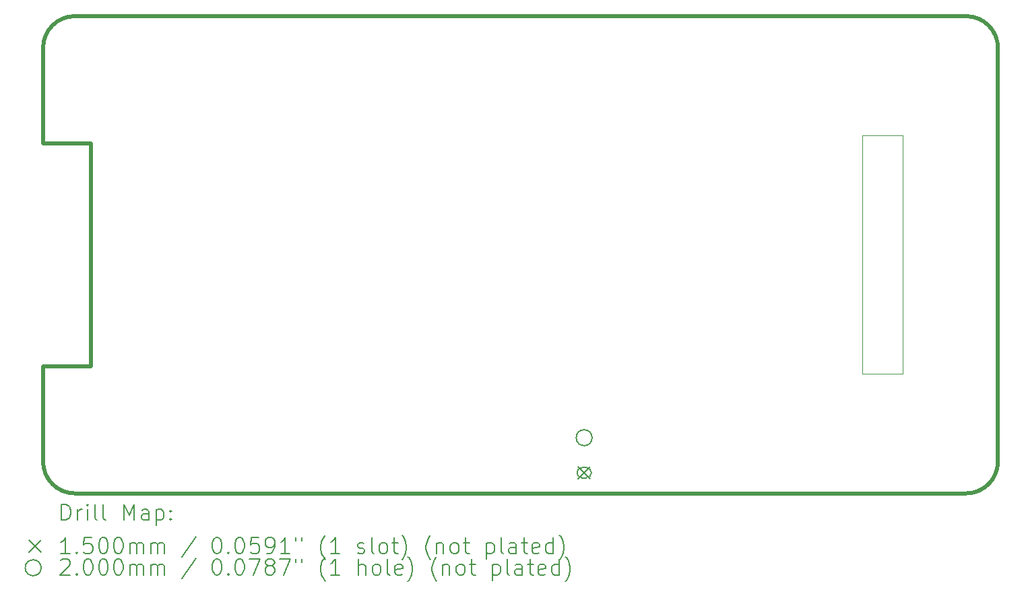
<source format=gbr>
%FSLAX45Y45*%
G04 Gerber Fmt 4.5, Leading zero omitted, Abs format (unit mm)*
G04 Created by KiCad (PCBNEW (6.0.0)) date 2021-12-31 15:40:04*
%MOMM*%
%LPD*%
G01*
G04 APERTURE LIST*
%TA.AperFunction,Profile*%
%ADD10C,0.500000*%
%TD*%
%TA.AperFunction,Profile*%
%ADD11C,0.100000*%
%TD*%
%ADD12C,0.200000*%
%ADD13C,0.150000*%
G04 APERTURE END LIST*
D10*
X20100000Y-15500000D02*
X8900000Y-15500000D01*
X8500000Y-11100000D02*
X8500000Y-9900000D01*
X8500000Y-13900000D02*
X8500000Y-15100000D01*
D11*
X18800000Y-14000000D02*
X18800000Y-11000000D01*
D10*
X8500000Y-15100000D02*
G75*
G03*
X8900000Y-15500000I400000J0D01*
G01*
X8900000Y-9500000D02*
X20100000Y-9500000D01*
D11*
X18800000Y-14000000D02*
X19300000Y-14000000D01*
D10*
X8500000Y-11100000D02*
X9100000Y-11100000D01*
X20500000Y-9900000D02*
G75*
G03*
X20100000Y-9500000I-400000J0D01*
G01*
X8900000Y-9500000D02*
G75*
G03*
X8500000Y-9900000I0J-400000D01*
G01*
X20500000Y-9900000D02*
X20500000Y-15100000D01*
D11*
X19300000Y-11000000D02*
X19300000Y-14000000D01*
D10*
X9100000Y-13900000D02*
X8500000Y-13900000D01*
X20100000Y-15500000D02*
G75*
G03*
X20500000Y-15100000I0J400000D01*
G01*
D11*
X18800000Y-11000000D02*
X19300000Y-11000000D01*
D10*
X9100000Y-11100000D02*
X9100000Y-13900000D01*
D12*
D13*
X15225000Y-15165000D02*
X15375000Y-15315000D01*
X15375000Y-15165000D02*
X15225000Y-15315000D01*
D12*
X15325000Y-15175000D02*
X15275000Y-15175000D01*
X15325000Y-15305000D02*
X15275000Y-15305000D01*
X15275000Y-15175000D02*
G75*
G03*
X15275000Y-15305000I0J-65000D01*
G01*
X15325000Y-15305000D02*
G75*
G03*
X15325000Y-15175000I0J65000D01*
G01*
X15400000Y-14800000D02*
G75*
G03*
X15400000Y-14800000I-100000J0D01*
G01*
X8732619Y-15835476D02*
X8732619Y-15635476D01*
X8780238Y-15635476D01*
X8808810Y-15645000D01*
X8827857Y-15664048D01*
X8837381Y-15683095D01*
X8846905Y-15721190D01*
X8846905Y-15749762D01*
X8837381Y-15787857D01*
X8827857Y-15806905D01*
X8808810Y-15825952D01*
X8780238Y-15835476D01*
X8732619Y-15835476D01*
X8932619Y-15835476D02*
X8932619Y-15702143D01*
X8932619Y-15740238D02*
X8942143Y-15721190D01*
X8951667Y-15711667D01*
X8970714Y-15702143D01*
X8989762Y-15702143D01*
X9056429Y-15835476D02*
X9056429Y-15702143D01*
X9056429Y-15635476D02*
X9046905Y-15645000D01*
X9056429Y-15654524D01*
X9065952Y-15645000D01*
X9056429Y-15635476D01*
X9056429Y-15654524D01*
X9180238Y-15835476D02*
X9161190Y-15825952D01*
X9151667Y-15806905D01*
X9151667Y-15635476D01*
X9285000Y-15835476D02*
X9265952Y-15825952D01*
X9256429Y-15806905D01*
X9256429Y-15635476D01*
X9513571Y-15835476D02*
X9513571Y-15635476D01*
X9580238Y-15778333D01*
X9646905Y-15635476D01*
X9646905Y-15835476D01*
X9827857Y-15835476D02*
X9827857Y-15730714D01*
X9818333Y-15711667D01*
X9799286Y-15702143D01*
X9761190Y-15702143D01*
X9742143Y-15711667D01*
X9827857Y-15825952D02*
X9808810Y-15835476D01*
X9761190Y-15835476D01*
X9742143Y-15825952D01*
X9732619Y-15806905D01*
X9732619Y-15787857D01*
X9742143Y-15768809D01*
X9761190Y-15759286D01*
X9808810Y-15759286D01*
X9827857Y-15749762D01*
X9923095Y-15702143D02*
X9923095Y-15902143D01*
X9923095Y-15711667D02*
X9942143Y-15702143D01*
X9980238Y-15702143D01*
X9999286Y-15711667D01*
X10008810Y-15721190D01*
X10018333Y-15740238D01*
X10018333Y-15797381D01*
X10008810Y-15816428D01*
X9999286Y-15825952D01*
X9980238Y-15835476D01*
X9942143Y-15835476D01*
X9923095Y-15825952D01*
X10104048Y-15816428D02*
X10113571Y-15825952D01*
X10104048Y-15835476D01*
X10094524Y-15825952D01*
X10104048Y-15816428D01*
X10104048Y-15835476D01*
X10104048Y-15711667D02*
X10113571Y-15721190D01*
X10104048Y-15730714D01*
X10094524Y-15721190D01*
X10104048Y-15711667D01*
X10104048Y-15730714D01*
D13*
X8325000Y-16090000D02*
X8475000Y-16240000D01*
X8475000Y-16090000D02*
X8325000Y-16240000D01*
D12*
X8837381Y-16255476D02*
X8723095Y-16255476D01*
X8780238Y-16255476D02*
X8780238Y-16055476D01*
X8761190Y-16084048D01*
X8742143Y-16103095D01*
X8723095Y-16112619D01*
X8923095Y-16236428D02*
X8932619Y-16245952D01*
X8923095Y-16255476D01*
X8913571Y-16245952D01*
X8923095Y-16236428D01*
X8923095Y-16255476D01*
X9113571Y-16055476D02*
X9018333Y-16055476D01*
X9008810Y-16150714D01*
X9018333Y-16141190D01*
X9037381Y-16131667D01*
X9085000Y-16131667D01*
X9104048Y-16141190D01*
X9113571Y-16150714D01*
X9123095Y-16169762D01*
X9123095Y-16217381D01*
X9113571Y-16236428D01*
X9104048Y-16245952D01*
X9085000Y-16255476D01*
X9037381Y-16255476D01*
X9018333Y-16245952D01*
X9008810Y-16236428D01*
X9246905Y-16055476D02*
X9265952Y-16055476D01*
X9285000Y-16065000D01*
X9294524Y-16074524D01*
X9304048Y-16093571D01*
X9313571Y-16131667D01*
X9313571Y-16179286D01*
X9304048Y-16217381D01*
X9294524Y-16236428D01*
X9285000Y-16245952D01*
X9265952Y-16255476D01*
X9246905Y-16255476D01*
X9227857Y-16245952D01*
X9218333Y-16236428D01*
X9208810Y-16217381D01*
X9199286Y-16179286D01*
X9199286Y-16131667D01*
X9208810Y-16093571D01*
X9218333Y-16074524D01*
X9227857Y-16065000D01*
X9246905Y-16055476D01*
X9437381Y-16055476D02*
X9456429Y-16055476D01*
X9475476Y-16065000D01*
X9485000Y-16074524D01*
X9494524Y-16093571D01*
X9504048Y-16131667D01*
X9504048Y-16179286D01*
X9494524Y-16217381D01*
X9485000Y-16236428D01*
X9475476Y-16245952D01*
X9456429Y-16255476D01*
X9437381Y-16255476D01*
X9418333Y-16245952D01*
X9408810Y-16236428D01*
X9399286Y-16217381D01*
X9389762Y-16179286D01*
X9389762Y-16131667D01*
X9399286Y-16093571D01*
X9408810Y-16074524D01*
X9418333Y-16065000D01*
X9437381Y-16055476D01*
X9589762Y-16255476D02*
X9589762Y-16122143D01*
X9589762Y-16141190D02*
X9599286Y-16131667D01*
X9618333Y-16122143D01*
X9646905Y-16122143D01*
X9665952Y-16131667D01*
X9675476Y-16150714D01*
X9675476Y-16255476D01*
X9675476Y-16150714D02*
X9685000Y-16131667D01*
X9704048Y-16122143D01*
X9732619Y-16122143D01*
X9751667Y-16131667D01*
X9761190Y-16150714D01*
X9761190Y-16255476D01*
X9856429Y-16255476D02*
X9856429Y-16122143D01*
X9856429Y-16141190D02*
X9865952Y-16131667D01*
X9885000Y-16122143D01*
X9913571Y-16122143D01*
X9932619Y-16131667D01*
X9942143Y-16150714D01*
X9942143Y-16255476D01*
X9942143Y-16150714D02*
X9951667Y-16131667D01*
X9970714Y-16122143D01*
X9999286Y-16122143D01*
X10018333Y-16131667D01*
X10027857Y-16150714D01*
X10027857Y-16255476D01*
X10418333Y-16045952D02*
X10246905Y-16303095D01*
X10675476Y-16055476D02*
X10694524Y-16055476D01*
X10713571Y-16065000D01*
X10723095Y-16074524D01*
X10732619Y-16093571D01*
X10742143Y-16131667D01*
X10742143Y-16179286D01*
X10732619Y-16217381D01*
X10723095Y-16236428D01*
X10713571Y-16245952D01*
X10694524Y-16255476D01*
X10675476Y-16255476D01*
X10656429Y-16245952D01*
X10646905Y-16236428D01*
X10637381Y-16217381D01*
X10627857Y-16179286D01*
X10627857Y-16131667D01*
X10637381Y-16093571D01*
X10646905Y-16074524D01*
X10656429Y-16065000D01*
X10675476Y-16055476D01*
X10827857Y-16236428D02*
X10837381Y-16245952D01*
X10827857Y-16255476D01*
X10818333Y-16245952D01*
X10827857Y-16236428D01*
X10827857Y-16255476D01*
X10961190Y-16055476D02*
X10980238Y-16055476D01*
X10999286Y-16065000D01*
X11008810Y-16074524D01*
X11018333Y-16093571D01*
X11027857Y-16131667D01*
X11027857Y-16179286D01*
X11018333Y-16217381D01*
X11008810Y-16236428D01*
X10999286Y-16245952D01*
X10980238Y-16255476D01*
X10961190Y-16255476D01*
X10942143Y-16245952D01*
X10932619Y-16236428D01*
X10923095Y-16217381D01*
X10913571Y-16179286D01*
X10913571Y-16131667D01*
X10923095Y-16093571D01*
X10932619Y-16074524D01*
X10942143Y-16065000D01*
X10961190Y-16055476D01*
X11208809Y-16055476D02*
X11113571Y-16055476D01*
X11104048Y-16150714D01*
X11113571Y-16141190D01*
X11132619Y-16131667D01*
X11180238Y-16131667D01*
X11199286Y-16141190D01*
X11208809Y-16150714D01*
X11218333Y-16169762D01*
X11218333Y-16217381D01*
X11208809Y-16236428D01*
X11199286Y-16245952D01*
X11180238Y-16255476D01*
X11132619Y-16255476D01*
X11113571Y-16245952D01*
X11104048Y-16236428D01*
X11313571Y-16255476D02*
X11351667Y-16255476D01*
X11370714Y-16245952D01*
X11380238Y-16236428D01*
X11399286Y-16207857D01*
X11408809Y-16169762D01*
X11408809Y-16093571D01*
X11399286Y-16074524D01*
X11389762Y-16065000D01*
X11370714Y-16055476D01*
X11332619Y-16055476D01*
X11313571Y-16065000D01*
X11304048Y-16074524D01*
X11294524Y-16093571D01*
X11294524Y-16141190D01*
X11304048Y-16160238D01*
X11313571Y-16169762D01*
X11332619Y-16179286D01*
X11370714Y-16179286D01*
X11389762Y-16169762D01*
X11399286Y-16160238D01*
X11408809Y-16141190D01*
X11599286Y-16255476D02*
X11485000Y-16255476D01*
X11542143Y-16255476D02*
X11542143Y-16055476D01*
X11523095Y-16084048D01*
X11504048Y-16103095D01*
X11485000Y-16112619D01*
X11675476Y-16055476D02*
X11675476Y-16093571D01*
X11751667Y-16055476D02*
X11751667Y-16093571D01*
X12046905Y-16331667D02*
X12037381Y-16322143D01*
X12018333Y-16293571D01*
X12008809Y-16274524D01*
X11999286Y-16245952D01*
X11989762Y-16198333D01*
X11989762Y-16160238D01*
X11999286Y-16112619D01*
X12008809Y-16084048D01*
X12018333Y-16065000D01*
X12037381Y-16036428D01*
X12046905Y-16026905D01*
X12227857Y-16255476D02*
X12113571Y-16255476D01*
X12170714Y-16255476D02*
X12170714Y-16055476D01*
X12151667Y-16084048D01*
X12132619Y-16103095D01*
X12113571Y-16112619D01*
X12456428Y-16245952D02*
X12475476Y-16255476D01*
X12513571Y-16255476D01*
X12532619Y-16245952D01*
X12542143Y-16226905D01*
X12542143Y-16217381D01*
X12532619Y-16198333D01*
X12513571Y-16188809D01*
X12485000Y-16188809D01*
X12465952Y-16179286D01*
X12456428Y-16160238D01*
X12456428Y-16150714D01*
X12465952Y-16131667D01*
X12485000Y-16122143D01*
X12513571Y-16122143D01*
X12532619Y-16131667D01*
X12656428Y-16255476D02*
X12637381Y-16245952D01*
X12627857Y-16226905D01*
X12627857Y-16055476D01*
X12761190Y-16255476D02*
X12742143Y-16245952D01*
X12732619Y-16236428D01*
X12723095Y-16217381D01*
X12723095Y-16160238D01*
X12732619Y-16141190D01*
X12742143Y-16131667D01*
X12761190Y-16122143D01*
X12789762Y-16122143D01*
X12808809Y-16131667D01*
X12818333Y-16141190D01*
X12827857Y-16160238D01*
X12827857Y-16217381D01*
X12818333Y-16236428D01*
X12808809Y-16245952D01*
X12789762Y-16255476D01*
X12761190Y-16255476D01*
X12885000Y-16122143D02*
X12961190Y-16122143D01*
X12913571Y-16055476D02*
X12913571Y-16226905D01*
X12923095Y-16245952D01*
X12942143Y-16255476D01*
X12961190Y-16255476D01*
X13008809Y-16331667D02*
X13018333Y-16322143D01*
X13037381Y-16293571D01*
X13046905Y-16274524D01*
X13056428Y-16245952D01*
X13065952Y-16198333D01*
X13065952Y-16160238D01*
X13056428Y-16112619D01*
X13046905Y-16084048D01*
X13037381Y-16065000D01*
X13018333Y-16036428D01*
X13008809Y-16026905D01*
X13370714Y-16331667D02*
X13361190Y-16322143D01*
X13342143Y-16293571D01*
X13332619Y-16274524D01*
X13323095Y-16245952D01*
X13313571Y-16198333D01*
X13313571Y-16160238D01*
X13323095Y-16112619D01*
X13332619Y-16084048D01*
X13342143Y-16065000D01*
X13361190Y-16036428D01*
X13370714Y-16026905D01*
X13446905Y-16122143D02*
X13446905Y-16255476D01*
X13446905Y-16141190D02*
X13456428Y-16131667D01*
X13475476Y-16122143D01*
X13504048Y-16122143D01*
X13523095Y-16131667D01*
X13532619Y-16150714D01*
X13532619Y-16255476D01*
X13656428Y-16255476D02*
X13637381Y-16245952D01*
X13627857Y-16236428D01*
X13618333Y-16217381D01*
X13618333Y-16160238D01*
X13627857Y-16141190D01*
X13637381Y-16131667D01*
X13656428Y-16122143D01*
X13685000Y-16122143D01*
X13704048Y-16131667D01*
X13713571Y-16141190D01*
X13723095Y-16160238D01*
X13723095Y-16217381D01*
X13713571Y-16236428D01*
X13704048Y-16245952D01*
X13685000Y-16255476D01*
X13656428Y-16255476D01*
X13780238Y-16122143D02*
X13856428Y-16122143D01*
X13808809Y-16055476D02*
X13808809Y-16226905D01*
X13818333Y-16245952D01*
X13837381Y-16255476D01*
X13856428Y-16255476D01*
X14075476Y-16122143D02*
X14075476Y-16322143D01*
X14075476Y-16131667D02*
X14094524Y-16122143D01*
X14132619Y-16122143D01*
X14151667Y-16131667D01*
X14161190Y-16141190D01*
X14170714Y-16160238D01*
X14170714Y-16217381D01*
X14161190Y-16236428D01*
X14151667Y-16245952D01*
X14132619Y-16255476D01*
X14094524Y-16255476D01*
X14075476Y-16245952D01*
X14285000Y-16255476D02*
X14265952Y-16245952D01*
X14256428Y-16226905D01*
X14256428Y-16055476D01*
X14446905Y-16255476D02*
X14446905Y-16150714D01*
X14437381Y-16131667D01*
X14418333Y-16122143D01*
X14380238Y-16122143D01*
X14361190Y-16131667D01*
X14446905Y-16245952D02*
X14427857Y-16255476D01*
X14380238Y-16255476D01*
X14361190Y-16245952D01*
X14351667Y-16226905D01*
X14351667Y-16207857D01*
X14361190Y-16188809D01*
X14380238Y-16179286D01*
X14427857Y-16179286D01*
X14446905Y-16169762D01*
X14513571Y-16122143D02*
X14589762Y-16122143D01*
X14542143Y-16055476D02*
X14542143Y-16226905D01*
X14551667Y-16245952D01*
X14570714Y-16255476D01*
X14589762Y-16255476D01*
X14732619Y-16245952D02*
X14713571Y-16255476D01*
X14675476Y-16255476D01*
X14656428Y-16245952D01*
X14646905Y-16226905D01*
X14646905Y-16150714D01*
X14656428Y-16131667D01*
X14675476Y-16122143D01*
X14713571Y-16122143D01*
X14732619Y-16131667D01*
X14742143Y-16150714D01*
X14742143Y-16169762D01*
X14646905Y-16188809D01*
X14913571Y-16255476D02*
X14913571Y-16055476D01*
X14913571Y-16245952D02*
X14894524Y-16255476D01*
X14856428Y-16255476D01*
X14837381Y-16245952D01*
X14827857Y-16236428D01*
X14818333Y-16217381D01*
X14818333Y-16160238D01*
X14827857Y-16141190D01*
X14837381Y-16131667D01*
X14856428Y-16122143D01*
X14894524Y-16122143D01*
X14913571Y-16131667D01*
X14989762Y-16331667D02*
X14999286Y-16322143D01*
X15018333Y-16293571D01*
X15027857Y-16274524D01*
X15037381Y-16245952D01*
X15046905Y-16198333D01*
X15046905Y-16160238D01*
X15037381Y-16112619D01*
X15027857Y-16084048D01*
X15018333Y-16065000D01*
X14999286Y-16036428D01*
X14989762Y-16026905D01*
X8475000Y-16435000D02*
G75*
G03*
X8475000Y-16435000I-100000J0D01*
G01*
X8723095Y-16344524D02*
X8732619Y-16335000D01*
X8751667Y-16325476D01*
X8799286Y-16325476D01*
X8818333Y-16335000D01*
X8827857Y-16344524D01*
X8837381Y-16363571D01*
X8837381Y-16382619D01*
X8827857Y-16411190D01*
X8713571Y-16525476D01*
X8837381Y-16525476D01*
X8923095Y-16506428D02*
X8932619Y-16515952D01*
X8923095Y-16525476D01*
X8913571Y-16515952D01*
X8923095Y-16506428D01*
X8923095Y-16525476D01*
X9056429Y-16325476D02*
X9075476Y-16325476D01*
X9094524Y-16335000D01*
X9104048Y-16344524D01*
X9113571Y-16363571D01*
X9123095Y-16401667D01*
X9123095Y-16449286D01*
X9113571Y-16487381D01*
X9104048Y-16506428D01*
X9094524Y-16515952D01*
X9075476Y-16525476D01*
X9056429Y-16525476D01*
X9037381Y-16515952D01*
X9027857Y-16506428D01*
X9018333Y-16487381D01*
X9008810Y-16449286D01*
X9008810Y-16401667D01*
X9018333Y-16363571D01*
X9027857Y-16344524D01*
X9037381Y-16335000D01*
X9056429Y-16325476D01*
X9246905Y-16325476D02*
X9265952Y-16325476D01*
X9285000Y-16335000D01*
X9294524Y-16344524D01*
X9304048Y-16363571D01*
X9313571Y-16401667D01*
X9313571Y-16449286D01*
X9304048Y-16487381D01*
X9294524Y-16506428D01*
X9285000Y-16515952D01*
X9265952Y-16525476D01*
X9246905Y-16525476D01*
X9227857Y-16515952D01*
X9218333Y-16506428D01*
X9208810Y-16487381D01*
X9199286Y-16449286D01*
X9199286Y-16401667D01*
X9208810Y-16363571D01*
X9218333Y-16344524D01*
X9227857Y-16335000D01*
X9246905Y-16325476D01*
X9437381Y-16325476D02*
X9456429Y-16325476D01*
X9475476Y-16335000D01*
X9485000Y-16344524D01*
X9494524Y-16363571D01*
X9504048Y-16401667D01*
X9504048Y-16449286D01*
X9494524Y-16487381D01*
X9485000Y-16506428D01*
X9475476Y-16515952D01*
X9456429Y-16525476D01*
X9437381Y-16525476D01*
X9418333Y-16515952D01*
X9408810Y-16506428D01*
X9399286Y-16487381D01*
X9389762Y-16449286D01*
X9389762Y-16401667D01*
X9399286Y-16363571D01*
X9408810Y-16344524D01*
X9418333Y-16335000D01*
X9437381Y-16325476D01*
X9589762Y-16525476D02*
X9589762Y-16392143D01*
X9589762Y-16411190D02*
X9599286Y-16401667D01*
X9618333Y-16392143D01*
X9646905Y-16392143D01*
X9665952Y-16401667D01*
X9675476Y-16420714D01*
X9675476Y-16525476D01*
X9675476Y-16420714D02*
X9685000Y-16401667D01*
X9704048Y-16392143D01*
X9732619Y-16392143D01*
X9751667Y-16401667D01*
X9761190Y-16420714D01*
X9761190Y-16525476D01*
X9856429Y-16525476D02*
X9856429Y-16392143D01*
X9856429Y-16411190D02*
X9865952Y-16401667D01*
X9885000Y-16392143D01*
X9913571Y-16392143D01*
X9932619Y-16401667D01*
X9942143Y-16420714D01*
X9942143Y-16525476D01*
X9942143Y-16420714D02*
X9951667Y-16401667D01*
X9970714Y-16392143D01*
X9999286Y-16392143D01*
X10018333Y-16401667D01*
X10027857Y-16420714D01*
X10027857Y-16525476D01*
X10418333Y-16315952D02*
X10246905Y-16573095D01*
X10675476Y-16325476D02*
X10694524Y-16325476D01*
X10713571Y-16335000D01*
X10723095Y-16344524D01*
X10732619Y-16363571D01*
X10742143Y-16401667D01*
X10742143Y-16449286D01*
X10732619Y-16487381D01*
X10723095Y-16506428D01*
X10713571Y-16515952D01*
X10694524Y-16525476D01*
X10675476Y-16525476D01*
X10656429Y-16515952D01*
X10646905Y-16506428D01*
X10637381Y-16487381D01*
X10627857Y-16449286D01*
X10627857Y-16401667D01*
X10637381Y-16363571D01*
X10646905Y-16344524D01*
X10656429Y-16335000D01*
X10675476Y-16325476D01*
X10827857Y-16506428D02*
X10837381Y-16515952D01*
X10827857Y-16525476D01*
X10818333Y-16515952D01*
X10827857Y-16506428D01*
X10827857Y-16525476D01*
X10961190Y-16325476D02*
X10980238Y-16325476D01*
X10999286Y-16335000D01*
X11008810Y-16344524D01*
X11018333Y-16363571D01*
X11027857Y-16401667D01*
X11027857Y-16449286D01*
X11018333Y-16487381D01*
X11008810Y-16506428D01*
X10999286Y-16515952D01*
X10980238Y-16525476D01*
X10961190Y-16525476D01*
X10942143Y-16515952D01*
X10932619Y-16506428D01*
X10923095Y-16487381D01*
X10913571Y-16449286D01*
X10913571Y-16401667D01*
X10923095Y-16363571D01*
X10932619Y-16344524D01*
X10942143Y-16335000D01*
X10961190Y-16325476D01*
X11094524Y-16325476D02*
X11227857Y-16325476D01*
X11142143Y-16525476D01*
X11332619Y-16411190D02*
X11313571Y-16401667D01*
X11304048Y-16392143D01*
X11294524Y-16373095D01*
X11294524Y-16363571D01*
X11304048Y-16344524D01*
X11313571Y-16335000D01*
X11332619Y-16325476D01*
X11370714Y-16325476D01*
X11389762Y-16335000D01*
X11399286Y-16344524D01*
X11408809Y-16363571D01*
X11408809Y-16373095D01*
X11399286Y-16392143D01*
X11389762Y-16401667D01*
X11370714Y-16411190D01*
X11332619Y-16411190D01*
X11313571Y-16420714D01*
X11304048Y-16430238D01*
X11294524Y-16449286D01*
X11294524Y-16487381D01*
X11304048Y-16506428D01*
X11313571Y-16515952D01*
X11332619Y-16525476D01*
X11370714Y-16525476D01*
X11389762Y-16515952D01*
X11399286Y-16506428D01*
X11408809Y-16487381D01*
X11408809Y-16449286D01*
X11399286Y-16430238D01*
X11389762Y-16420714D01*
X11370714Y-16411190D01*
X11475476Y-16325476D02*
X11608809Y-16325476D01*
X11523095Y-16525476D01*
X11675476Y-16325476D02*
X11675476Y-16363571D01*
X11751667Y-16325476D02*
X11751667Y-16363571D01*
X12046905Y-16601667D02*
X12037381Y-16592143D01*
X12018333Y-16563571D01*
X12008809Y-16544524D01*
X11999286Y-16515952D01*
X11989762Y-16468333D01*
X11989762Y-16430238D01*
X11999286Y-16382619D01*
X12008809Y-16354048D01*
X12018333Y-16335000D01*
X12037381Y-16306428D01*
X12046905Y-16296905D01*
X12227857Y-16525476D02*
X12113571Y-16525476D01*
X12170714Y-16525476D02*
X12170714Y-16325476D01*
X12151667Y-16354048D01*
X12132619Y-16373095D01*
X12113571Y-16382619D01*
X12465952Y-16525476D02*
X12465952Y-16325476D01*
X12551667Y-16525476D02*
X12551667Y-16420714D01*
X12542143Y-16401667D01*
X12523095Y-16392143D01*
X12494524Y-16392143D01*
X12475476Y-16401667D01*
X12465952Y-16411190D01*
X12675476Y-16525476D02*
X12656428Y-16515952D01*
X12646905Y-16506428D01*
X12637381Y-16487381D01*
X12637381Y-16430238D01*
X12646905Y-16411190D01*
X12656428Y-16401667D01*
X12675476Y-16392143D01*
X12704048Y-16392143D01*
X12723095Y-16401667D01*
X12732619Y-16411190D01*
X12742143Y-16430238D01*
X12742143Y-16487381D01*
X12732619Y-16506428D01*
X12723095Y-16515952D01*
X12704048Y-16525476D01*
X12675476Y-16525476D01*
X12856428Y-16525476D02*
X12837381Y-16515952D01*
X12827857Y-16496905D01*
X12827857Y-16325476D01*
X13008809Y-16515952D02*
X12989762Y-16525476D01*
X12951667Y-16525476D01*
X12932619Y-16515952D01*
X12923095Y-16496905D01*
X12923095Y-16420714D01*
X12932619Y-16401667D01*
X12951667Y-16392143D01*
X12989762Y-16392143D01*
X13008809Y-16401667D01*
X13018333Y-16420714D01*
X13018333Y-16439762D01*
X12923095Y-16458809D01*
X13085000Y-16601667D02*
X13094524Y-16592143D01*
X13113571Y-16563571D01*
X13123095Y-16544524D01*
X13132619Y-16515952D01*
X13142143Y-16468333D01*
X13142143Y-16430238D01*
X13132619Y-16382619D01*
X13123095Y-16354048D01*
X13113571Y-16335000D01*
X13094524Y-16306428D01*
X13085000Y-16296905D01*
X13446905Y-16601667D02*
X13437381Y-16592143D01*
X13418333Y-16563571D01*
X13408809Y-16544524D01*
X13399286Y-16515952D01*
X13389762Y-16468333D01*
X13389762Y-16430238D01*
X13399286Y-16382619D01*
X13408809Y-16354048D01*
X13418333Y-16335000D01*
X13437381Y-16306428D01*
X13446905Y-16296905D01*
X13523095Y-16392143D02*
X13523095Y-16525476D01*
X13523095Y-16411190D02*
X13532619Y-16401667D01*
X13551667Y-16392143D01*
X13580238Y-16392143D01*
X13599286Y-16401667D01*
X13608809Y-16420714D01*
X13608809Y-16525476D01*
X13732619Y-16525476D02*
X13713571Y-16515952D01*
X13704048Y-16506428D01*
X13694524Y-16487381D01*
X13694524Y-16430238D01*
X13704048Y-16411190D01*
X13713571Y-16401667D01*
X13732619Y-16392143D01*
X13761190Y-16392143D01*
X13780238Y-16401667D01*
X13789762Y-16411190D01*
X13799286Y-16430238D01*
X13799286Y-16487381D01*
X13789762Y-16506428D01*
X13780238Y-16515952D01*
X13761190Y-16525476D01*
X13732619Y-16525476D01*
X13856428Y-16392143D02*
X13932619Y-16392143D01*
X13885000Y-16325476D02*
X13885000Y-16496905D01*
X13894524Y-16515952D01*
X13913571Y-16525476D01*
X13932619Y-16525476D01*
X14151667Y-16392143D02*
X14151667Y-16592143D01*
X14151667Y-16401667D02*
X14170714Y-16392143D01*
X14208809Y-16392143D01*
X14227857Y-16401667D01*
X14237381Y-16411190D01*
X14246905Y-16430238D01*
X14246905Y-16487381D01*
X14237381Y-16506428D01*
X14227857Y-16515952D01*
X14208809Y-16525476D01*
X14170714Y-16525476D01*
X14151667Y-16515952D01*
X14361190Y-16525476D02*
X14342143Y-16515952D01*
X14332619Y-16496905D01*
X14332619Y-16325476D01*
X14523095Y-16525476D02*
X14523095Y-16420714D01*
X14513571Y-16401667D01*
X14494524Y-16392143D01*
X14456428Y-16392143D01*
X14437381Y-16401667D01*
X14523095Y-16515952D02*
X14504048Y-16525476D01*
X14456428Y-16525476D01*
X14437381Y-16515952D01*
X14427857Y-16496905D01*
X14427857Y-16477857D01*
X14437381Y-16458809D01*
X14456428Y-16449286D01*
X14504048Y-16449286D01*
X14523095Y-16439762D01*
X14589762Y-16392143D02*
X14665952Y-16392143D01*
X14618333Y-16325476D02*
X14618333Y-16496905D01*
X14627857Y-16515952D01*
X14646905Y-16525476D01*
X14665952Y-16525476D01*
X14808809Y-16515952D02*
X14789762Y-16525476D01*
X14751667Y-16525476D01*
X14732619Y-16515952D01*
X14723095Y-16496905D01*
X14723095Y-16420714D01*
X14732619Y-16401667D01*
X14751667Y-16392143D01*
X14789762Y-16392143D01*
X14808809Y-16401667D01*
X14818333Y-16420714D01*
X14818333Y-16439762D01*
X14723095Y-16458809D01*
X14989762Y-16525476D02*
X14989762Y-16325476D01*
X14989762Y-16515952D02*
X14970714Y-16525476D01*
X14932619Y-16525476D01*
X14913571Y-16515952D01*
X14904048Y-16506428D01*
X14894524Y-16487381D01*
X14894524Y-16430238D01*
X14904048Y-16411190D01*
X14913571Y-16401667D01*
X14932619Y-16392143D01*
X14970714Y-16392143D01*
X14989762Y-16401667D01*
X15065952Y-16601667D02*
X15075476Y-16592143D01*
X15094524Y-16563571D01*
X15104048Y-16544524D01*
X15113571Y-16515952D01*
X15123095Y-16468333D01*
X15123095Y-16430238D01*
X15113571Y-16382619D01*
X15104048Y-16354048D01*
X15094524Y-16335000D01*
X15075476Y-16306428D01*
X15065952Y-16296905D01*
M02*

</source>
